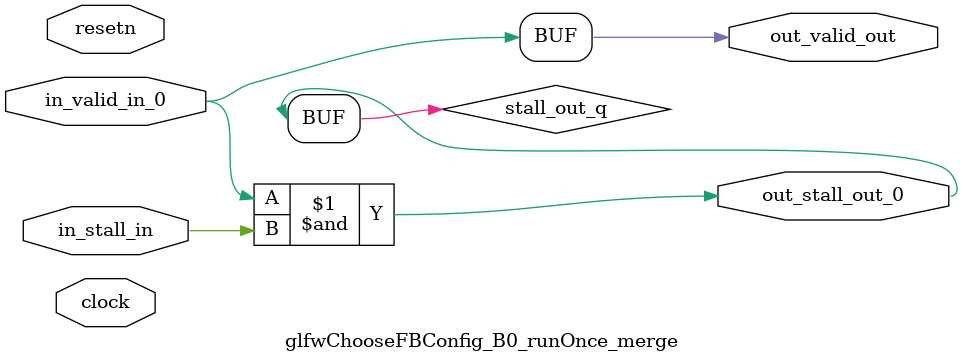
<source format=sv>



(* altera_attribute = "-name AUTO_SHIFT_REGISTER_RECOGNITION OFF; -name MESSAGE_DISABLE 10036; -name MESSAGE_DISABLE 10037; -name MESSAGE_DISABLE 14130; -name MESSAGE_DISABLE 14320; -name MESSAGE_DISABLE 15400; -name MESSAGE_DISABLE 14130; -name MESSAGE_DISABLE 10036; -name MESSAGE_DISABLE 12020; -name MESSAGE_DISABLE 12030; -name MESSAGE_DISABLE 12010; -name MESSAGE_DISABLE 12110; -name MESSAGE_DISABLE 14320; -name MESSAGE_DISABLE 13410; -name MESSAGE_DISABLE 113007; -name MESSAGE_DISABLE 10958" *)
module glfwChooseFBConfig_B0_runOnce_merge (
    input wire [0:0] in_stall_in,
    input wire [0:0] in_valid_in_0,
    output wire [0:0] out_stall_out_0,
    output wire [0:0] out_valid_out,
    input wire clock,
    input wire resetn
    );

    wire [0:0] stall_out_q;


    // stall_out(LOGICAL,6)
    assign stall_out_q = in_valid_in_0 & in_stall_in;

    // out_stall_out_0(GPOUT,4)
    assign out_stall_out_0 = stall_out_q;

    // out_valid_out(GPOUT,5)
    assign out_valid_out = in_valid_in_0;

endmodule

</source>
